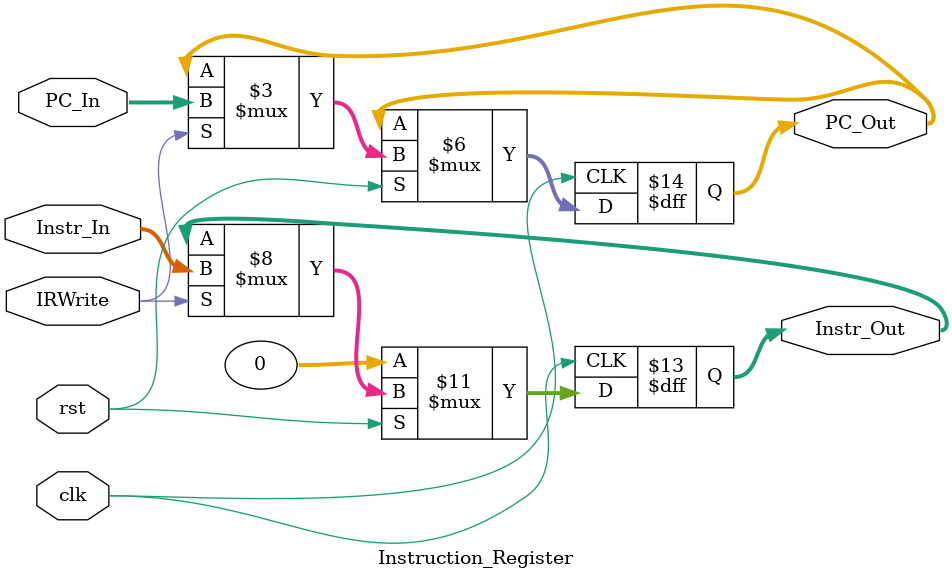
<source format=v>
module Instruction_Register(
        input rst,clk,IRWrite,
        input [31:0] Instr_In,PC_In,
        output reg [31:0] Instr_Out,PC_Out
    );
    
    always @(posedge clk) begin
        if(~rst)
            Instr_Out<=32'b0;
        else if(IRWrite) begin
            Instr_Out<=Instr_In;        
            PC_Out <= PC_In;
            end
    end
endmodule

</source>
